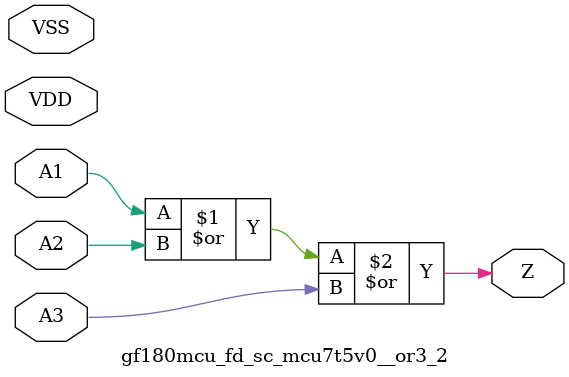
<source format=v>

module gf180mcu_fd_sc_mcu7t5v0__or3_2( A1, A2, A3, Z, VDD, VSS );
input A1, A2, A3;
inout VDD, VSS;
output Z;

	or MGM_BG_0( Z, A1, A2, A3 );

endmodule

</source>
